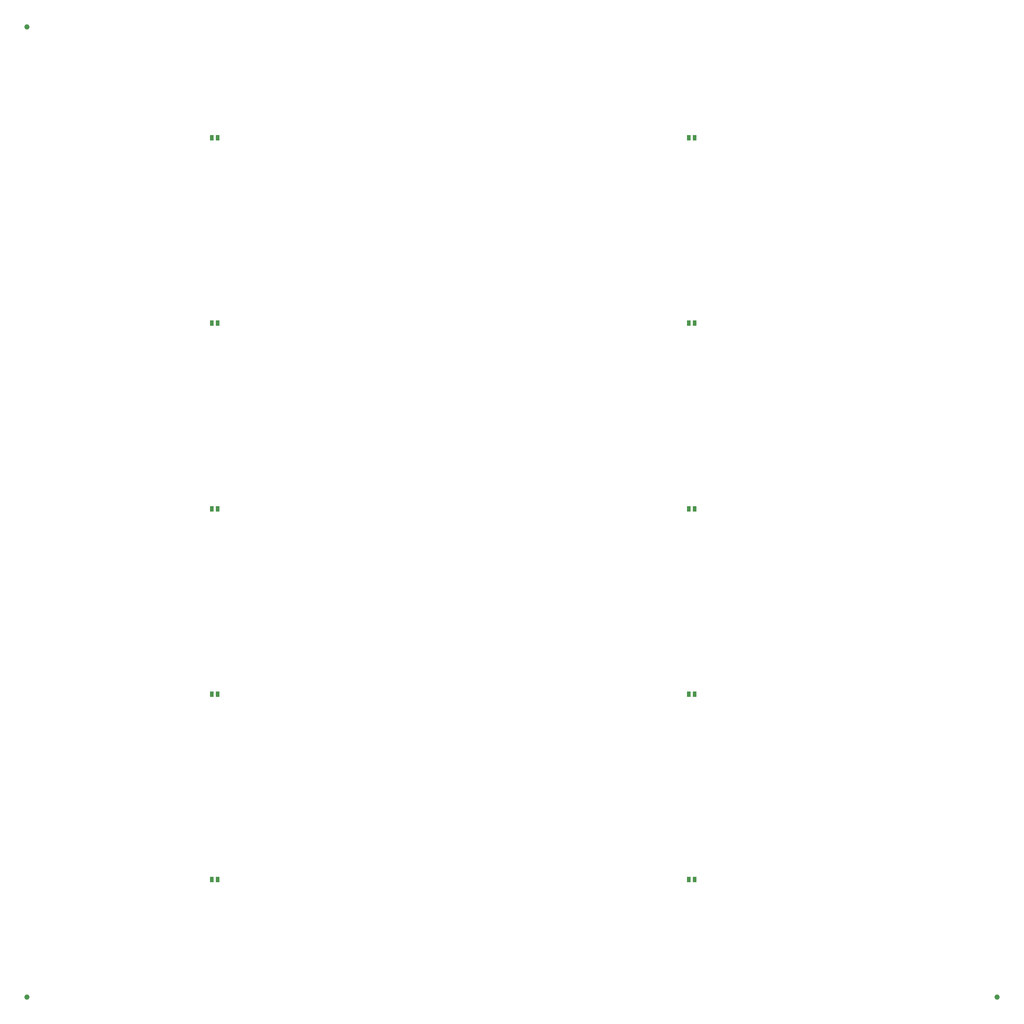
<source format=gbr>
*
%FSLAX26Y26*%
%MOIN*%
%ADD10R,0.031500X0.039370*%
%ADD11C,0.039370*%
%IPPOS*%
%LNpastebot.gbr*%
%LPD*%
G75*
G54D10*
X01569931Y01067911D03*
X01611181D03*
X01569931Y02445864D03*
X01611181D03*
X01569931Y03823816D03*
X01611181D03*
X01569931Y05201769D03*
X01611181D03*
X01569931Y06579722D03*
X01611181D03*
X05113238Y01067911D03*
X05154488D03*
X05113238Y02445864D03*
X05154488D03*
X05113238Y03823816D03*
X05154488D03*
X05113238Y05201769D03*
X05154488D03*
X05113238Y06579722D03*
X05154488D03*
G54D11*
X00196850Y00196850D03*
Y07401572D03*
X07401578Y00196850D03*
M02*

</source>
